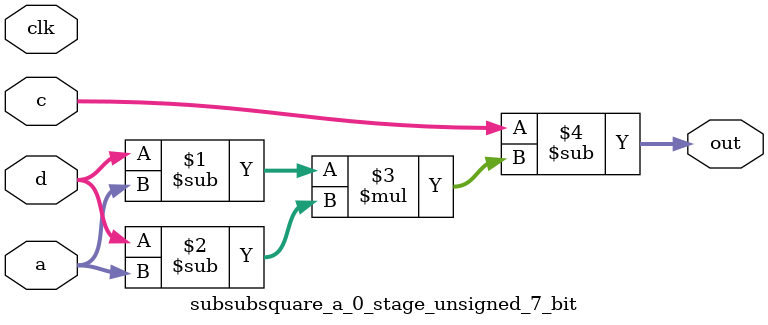
<source format=sv>
(* use_dsp = "yes" *) module subsubsquare_a_0_stage_unsigned_7_bit(
	input  [6:0] a,
	input  [6:0] c,
	input  [6:0] d,
	output [6:0] out,
	input clk);

	assign out = c - ((d - a) * (d - a));
endmodule

</source>
